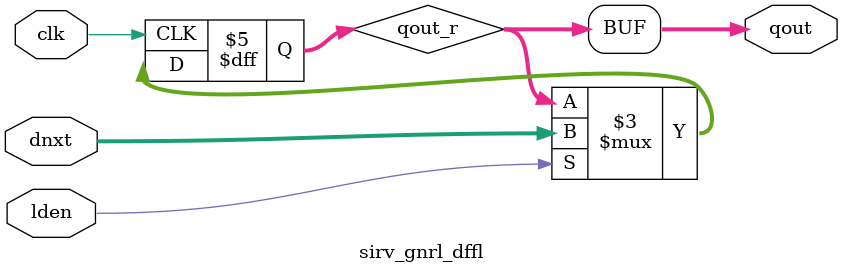
<source format=v>
`include "defines.v"


module sirv_gnrl_dffl # ( parameter DW = 32) (
	input  lden,
	input  [DW-1:0] dnxt,
	output [DW-1:0] qout,
	input  clk
);
	reg [DW-1:0] qout_r;
	
	always @(posedge clk)
	begin : dffl_proc
		if (lden == 1'b1)
			qout_r <= #1 dnxt;
	end
	
	assign qout = qout_r;

endmodule
</source>
